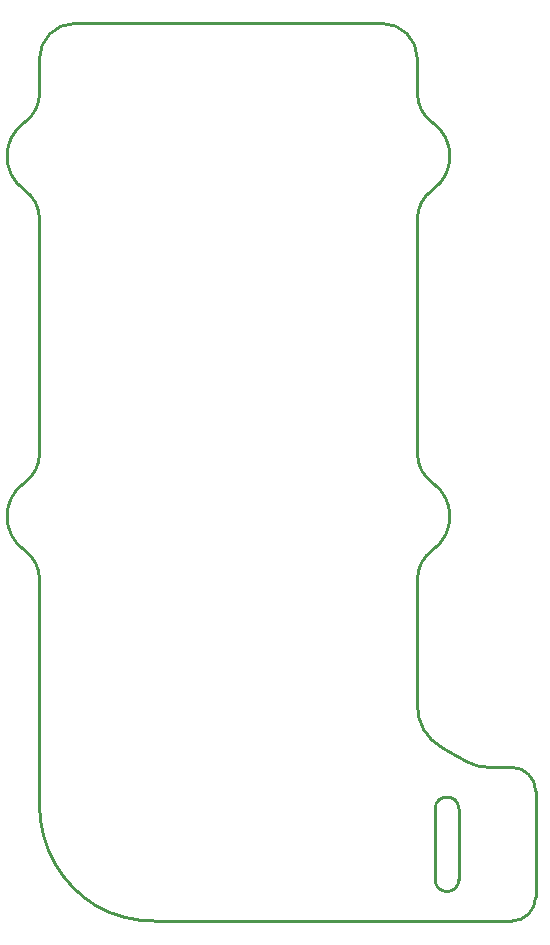
<source format=gbr>
%TF.GenerationSoftware,KiCad,Pcbnew,(6.0.4)*%
%TF.CreationDate,2022-08-11T15:59:35+02:00*%
%TF.ProjectId,STM32_DJI_Gimbal,53544d33-325f-4444-9a49-5f47696d6261,rev?*%
%TF.SameCoordinates,Original*%
%TF.FileFunction,Profile,NP*%
%FSLAX46Y46*%
G04 Gerber Fmt 4.6, Leading zero omitted, Abs format (unit mm)*
G04 Created by KiCad (PCBNEW (6.0.4)) date 2022-08-11 15:59:35*
%MOMM*%
%LPD*%
G01*
G04 APERTURE LIST*
%TA.AperFunction,Profile*%
%ADD10C,0.250000*%
%TD*%
G04 APERTURE END LIST*
D10*
X167500000Y-146000000D02*
G75*
G03*
X169500000Y-146000000I1000000J0D01*
G01*
X169500000Y-140000000D02*
G75*
G03*
X167500000Y-140000000I-1000000J0D01*
G01*
X176000000Y-138500000D02*
G75*
G03*
X174000000Y-136500000I-2000000J0D01*
G01*
X170071798Y-135964100D02*
G75*
G03*
X172071797Y-136500000I2000002J3464100D01*
G01*
X165999959Y-131303848D02*
G75*
G03*
X168000000Y-134767949I4000041J48D01*
G01*
X167269235Y-118108801D02*
G75*
G03*
X166000000Y-120559190I1730765J-2450399D01*
G01*
X167269231Y-118108795D02*
G75*
G03*
X167269231Y-112391205I-2019231J2858795D01*
G01*
X165999992Y-109940810D02*
G75*
G03*
X167269231Y-112391205I3000008J10D01*
G01*
X167269235Y-87608801D02*
G75*
G03*
X166000000Y-90059190I1730765J-2450399D01*
G01*
X167269231Y-87608795D02*
G75*
G03*
X167269231Y-81891205I-2019231J2858795D01*
G01*
X165999992Y-79440810D02*
G75*
G03*
X167269231Y-81891205I3000008J10D01*
G01*
X166000000Y-76500000D02*
G75*
G03*
X163000000Y-73500000I-3000000J0D01*
G01*
X137000000Y-73500000D02*
G75*
G03*
X134000000Y-76500000I0J-3000000D01*
G01*
X132730765Y-81891199D02*
G75*
G03*
X134000000Y-79440810I-1730765J2450399D01*
G01*
X132730769Y-81891205D02*
G75*
G03*
X132730769Y-87608795I2019231J-2858795D01*
G01*
X134000008Y-90059190D02*
G75*
G03*
X132730769Y-87608795I-3000008J-10D01*
G01*
X132730765Y-112391199D02*
G75*
G03*
X134000000Y-109940810I-1730765J2450399D01*
G01*
X132730769Y-112391205D02*
G75*
G03*
X132730769Y-118108795I2019231J-2858795D01*
G01*
X134000008Y-120559190D02*
G75*
G03*
X132730769Y-118108795I-3000008J-10D01*
G01*
X134000004Y-139685045D02*
G75*
G03*
X138840602Y-148251294I9999996J-5D01*
G01*
X138840604Y-148251290D02*
G75*
G03*
X143679492Y-149500000I4838896J8751290D01*
G01*
X174000000Y-149500000D02*
G75*
G03*
X176000000Y-147500000I0J2000000D01*
G01*
X167500000Y-140000000D02*
X167500000Y-146000000D01*
X169500000Y-146000000D02*
X169500000Y-140000000D01*
X176000000Y-147500000D02*
X176000000Y-138500000D01*
X174000000Y-136500000D02*
X172071797Y-136500000D01*
X170071797Y-135964102D02*
X168000000Y-134767949D01*
X166000000Y-131303848D02*
X166000000Y-120559190D01*
X166000000Y-109940810D02*
X166000000Y-90059190D01*
X166000000Y-79440810D02*
X166000000Y-76500000D01*
X163000000Y-73500000D02*
X137000000Y-73500000D01*
X134000000Y-76500000D02*
X134000000Y-79440810D01*
X134000000Y-90059190D02*
X134000000Y-109940810D01*
X134000000Y-120559190D02*
X134000000Y-139685045D01*
X143679492Y-149500000D02*
X174000000Y-149500000D01*
M02*

</source>
